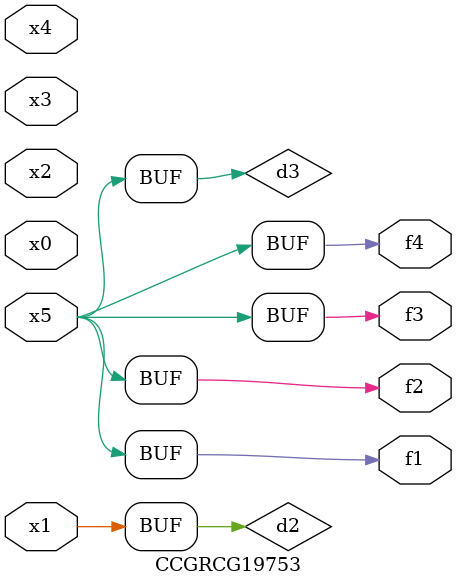
<source format=v>
module CCGRCG19753(
	input x0, x1, x2, x3, x4, x5,
	output f1, f2, f3, f4
);

	wire d1, d2, d3;

	not (d1, x5);
	or (d2, x1);
	xnor (d3, d1);
	assign f1 = d3;
	assign f2 = d3;
	assign f3 = d3;
	assign f4 = d3;
endmodule

</source>
